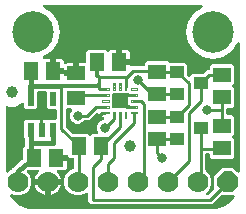
<source format=gbr>
G04 EAGLE Gerber RS-274X export*
G75*
%MOMM*%
%FSLAX34Y34*%
%LPD*%
%INTop Copper*%
%IPPOS*%
%AMOC8*
5,1,8,0,0,1.08239X$1,22.5*%
G01*
%ADD10C,0.125000*%
%ADD11R,1.300000X1.500000*%
%ADD12R,0.550000X1.200000*%
%ADD13R,1.500000X1.300000*%
%ADD14R,1.200000X1.000000*%
%ADD15C,1.000000*%
%ADD16C,3.516000*%
%ADD17R,1.500000X1.200000*%
%ADD18P,1.924489X8X292.500000*%
%ADD19C,1.778000*%
%ADD20C,0.800100*%
%ADD21C,0.254000*%
%ADD22C,0.406400*%
%ADD23C,0.304800*%

G36*
X173254Y13983D02*
X173254Y13983D01*
X173353Y13986D01*
X173411Y14003D01*
X173471Y14011D01*
X173563Y14047D01*
X173659Y14075D01*
X173711Y14105D01*
X173767Y14128D01*
X173847Y14186D01*
X173932Y14236D01*
X174008Y14302D01*
X174024Y14314D01*
X174032Y14324D01*
X174053Y14342D01*
X178825Y19114D01*
X178898Y19209D01*
X178977Y19298D01*
X178995Y19334D01*
X179020Y19366D01*
X179067Y19475D01*
X179122Y19581D01*
X179130Y19620D01*
X179146Y19657D01*
X179165Y19775D01*
X179191Y19891D01*
X179190Y19932D01*
X179196Y19972D01*
X179185Y20090D01*
X179182Y20209D01*
X179170Y20248D01*
X179167Y20288D01*
X179126Y20400D01*
X179093Y20515D01*
X179073Y20549D01*
X179069Y20559D01*
X179069Y30135D01*
X185765Y36831D01*
X195235Y36831D01*
X198493Y33573D01*
X198602Y33488D01*
X198709Y33399D01*
X198728Y33390D01*
X198744Y33378D01*
X198872Y33323D01*
X198997Y33264D01*
X199017Y33260D01*
X199036Y33252D01*
X199174Y33230D01*
X199310Y33204D01*
X199330Y33205D01*
X199350Y33202D01*
X199489Y33215D01*
X199627Y33223D01*
X199646Y33230D01*
X199666Y33232D01*
X199798Y33279D01*
X199929Y33322D01*
X199947Y33332D01*
X199966Y33339D01*
X200081Y33417D01*
X200198Y33492D01*
X200212Y33506D01*
X200229Y33518D01*
X200321Y33622D01*
X200416Y33723D01*
X200426Y33741D01*
X200439Y33756D01*
X200503Y33880D01*
X200570Y34002D01*
X200575Y34021D01*
X200584Y34039D01*
X200614Y34175D01*
X200649Y34310D01*
X200651Y34338D01*
X200654Y34350D01*
X200653Y34370D01*
X200659Y34470D01*
X200659Y142396D01*
X200646Y142500D01*
X200642Y142604D01*
X200626Y142657D01*
X200619Y142711D01*
X200581Y142808D01*
X200551Y142909D01*
X200523Y142956D01*
X200502Y143007D01*
X200441Y143092D01*
X200387Y143181D01*
X200348Y143220D01*
X200316Y143265D01*
X200235Y143331D01*
X200161Y143404D01*
X200113Y143432D01*
X200071Y143467D01*
X199976Y143512D01*
X199886Y143564D01*
X199833Y143579D01*
X199783Y143603D01*
X199680Y143622D01*
X199580Y143651D01*
X199525Y143652D01*
X199471Y143663D01*
X199366Y143656D01*
X199262Y143659D01*
X199208Y143646D01*
X199153Y143643D01*
X199054Y143611D01*
X198952Y143587D01*
X198903Y143562D01*
X198851Y143545D01*
X198762Y143489D01*
X198670Y143441D01*
X198628Y143404D01*
X198582Y143375D01*
X198510Y143299D01*
X198432Y143229D01*
X198379Y143159D01*
X198364Y143143D01*
X198357Y143130D01*
X198335Y143101D01*
X193834Y136366D01*
X186478Y131450D01*
X177800Y129724D01*
X169122Y131450D01*
X161766Y136366D01*
X156850Y143722D01*
X155124Y152400D01*
X156850Y161078D01*
X161766Y168434D01*
X168501Y172935D01*
X168580Y173003D01*
X168665Y173064D01*
X168700Y173107D01*
X168741Y173143D01*
X168801Y173229D01*
X168867Y173309D01*
X168891Y173359D01*
X168922Y173405D01*
X168958Y173503D01*
X169003Y173597D01*
X169013Y173651D01*
X169032Y173703D01*
X169043Y173807D01*
X169063Y173910D01*
X169059Y173965D01*
X169065Y174019D01*
X169049Y174123D01*
X169043Y174227D01*
X169026Y174279D01*
X169018Y174334D01*
X168977Y174430D01*
X168945Y174529D01*
X168915Y174576D01*
X168894Y174627D01*
X168831Y174710D01*
X168775Y174798D01*
X168735Y174836D01*
X168701Y174880D01*
X168619Y174945D01*
X168543Y175016D01*
X168495Y175043D01*
X168452Y175077D01*
X168356Y175119D01*
X168265Y175170D01*
X168211Y175183D01*
X168161Y175206D01*
X168058Y175223D01*
X167957Y175249D01*
X167869Y175255D01*
X167847Y175258D01*
X167832Y175257D01*
X167796Y175259D01*
X35404Y175259D01*
X35300Y175246D01*
X35196Y175242D01*
X35143Y175226D01*
X35089Y175219D01*
X34992Y175181D01*
X34891Y175151D01*
X34844Y175123D01*
X34793Y175102D01*
X34708Y175041D01*
X34619Y174987D01*
X34580Y174948D01*
X34535Y174916D01*
X34469Y174835D01*
X34396Y174761D01*
X34368Y174713D01*
X34333Y174671D01*
X34288Y174576D01*
X34236Y174486D01*
X34221Y174433D01*
X34197Y174383D01*
X34178Y174280D01*
X34149Y174180D01*
X34148Y174125D01*
X34137Y174071D01*
X34144Y173966D01*
X34141Y173862D01*
X34154Y173808D01*
X34157Y173753D01*
X34189Y173654D01*
X34213Y173552D01*
X34238Y173503D01*
X34255Y173451D01*
X34311Y173362D01*
X34359Y173270D01*
X34396Y173228D01*
X34425Y173182D01*
X34501Y173110D01*
X34571Y173032D01*
X34641Y172979D01*
X34657Y172964D01*
X34670Y172957D01*
X34699Y172935D01*
X41434Y168434D01*
X46350Y161078D01*
X48076Y152400D01*
X46350Y143722D01*
X41434Y136366D01*
X34323Y131614D01*
X34239Y131541D01*
X34149Y131475D01*
X34119Y131437D01*
X34082Y131405D01*
X34019Y131314D01*
X33949Y131228D01*
X33929Y131184D01*
X33901Y131144D01*
X33863Y131040D01*
X33817Y130939D01*
X33808Y130891D01*
X33791Y130845D01*
X33780Y130735D01*
X33760Y130626D01*
X33764Y130577D01*
X33759Y130529D01*
X33775Y130419D01*
X33783Y130308D01*
X33799Y130262D01*
X33806Y130215D01*
X33849Y130112D01*
X33885Y130007D01*
X33911Y129966D01*
X33930Y129922D01*
X33997Y129833D01*
X34058Y129740D01*
X34093Y129707D01*
X34122Y129669D01*
X34210Y129600D01*
X34291Y129525D01*
X34334Y129502D01*
X34372Y129472D01*
X34474Y129427D01*
X34572Y129374D01*
X34619Y129362D01*
X34663Y129343D01*
X34773Y129324D01*
X34880Y129298D01*
X34929Y129298D01*
X34977Y129290D01*
X35087Y129300D01*
X35198Y129301D01*
X35272Y129316D01*
X35293Y129317D01*
X35310Y129323D01*
X35356Y129332D01*
X35686Y129421D01*
X39981Y129421D01*
X39981Y120650D01*
X39996Y120532D01*
X40003Y120413D01*
X40016Y120375D01*
X40021Y120335D01*
X40064Y120224D01*
X40101Y120111D01*
X40123Y120076D01*
X40138Y120039D01*
X40208Y119943D01*
X40271Y119842D01*
X40301Y119814D01*
X40325Y119782D01*
X40416Y119706D01*
X40503Y119624D01*
X40538Y119605D01*
X40569Y119579D01*
X40677Y119528D01*
X40781Y119471D01*
X40821Y119460D01*
X40857Y119443D01*
X40974Y119421D01*
X41089Y119391D01*
X41150Y119387D01*
X41170Y119383D01*
X41190Y119385D01*
X41250Y119381D01*
X42521Y119381D01*
X42521Y118110D01*
X42536Y117992D01*
X42543Y117873D01*
X42556Y117835D01*
X42561Y117795D01*
X42605Y117684D01*
X42641Y117571D01*
X42663Y117536D01*
X42678Y117499D01*
X42748Y117403D01*
X42811Y117302D01*
X42841Y117274D01*
X42865Y117241D01*
X42956Y117166D01*
X43043Y117084D01*
X43078Y117064D01*
X43110Y117039D01*
X43217Y116988D01*
X43321Y116930D01*
X43361Y116920D01*
X43397Y116903D01*
X43514Y116881D01*
X43629Y116851D01*
X43690Y116847D01*
X43710Y116843D01*
X43730Y116845D01*
X43790Y116841D01*
X51561Y116841D01*
X51561Y115910D01*
X51576Y115792D01*
X51583Y115673D01*
X51596Y115635D01*
X51601Y115595D01*
X51644Y115484D01*
X51681Y115371D01*
X51703Y115336D01*
X51718Y115299D01*
X51787Y115203D01*
X51851Y115102D01*
X51881Y115074D01*
X51904Y115041D01*
X51996Y114966D01*
X52083Y114884D01*
X52118Y114864D01*
X52149Y114839D01*
X52257Y114788D01*
X52361Y114730D01*
X52401Y114720D01*
X52437Y114703D01*
X52554Y114681D01*
X52669Y114651D01*
X52729Y114647D01*
X52749Y114643D01*
X52770Y114645D01*
X52830Y114641D01*
X60960Y114641D01*
X61078Y114656D01*
X61197Y114663D01*
X61235Y114676D01*
X61275Y114681D01*
X61386Y114724D01*
X61499Y114761D01*
X61534Y114783D01*
X61571Y114798D01*
X61667Y114868D01*
X61768Y114931D01*
X61796Y114961D01*
X61828Y114985D01*
X61904Y115076D01*
X61986Y115163D01*
X62005Y115198D01*
X62031Y115229D01*
X62082Y115337D01*
X62139Y115441D01*
X62150Y115481D01*
X62167Y115517D01*
X62189Y115634D01*
X62219Y115749D01*
X62223Y115810D01*
X62227Y115830D01*
X62225Y115850D01*
X62229Y115910D01*
X62229Y117181D01*
X63500Y117181D01*
X63618Y117196D01*
X63737Y117203D01*
X63775Y117216D01*
X63815Y117221D01*
X63926Y117265D01*
X64039Y117301D01*
X64074Y117323D01*
X64111Y117338D01*
X64207Y117408D01*
X64308Y117471D01*
X64336Y117501D01*
X64368Y117525D01*
X64444Y117616D01*
X64526Y117703D01*
X64545Y117738D01*
X64571Y117770D01*
X64622Y117877D01*
X64679Y117981D01*
X64690Y118021D01*
X64707Y118057D01*
X64729Y118174D01*
X64759Y118289D01*
X64763Y118350D01*
X64767Y118370D01*
X64765Y118390D01*
X64769Y118450D01*
X64769Y125721D01*
X69090Y125721D01*
X69208Y125736D01*
X69327Y125743D01*
X69365Y125756D01*
X69406Y125761D01*
X69516Y125804D01*
X69629Y125841D01*
X69664Y125863D01*
X69701Y125878D01*
X69797Y125947D01*
X69898Y126011D01*
X69926Y126041D01*
X69959Y126064D01*
X70035Y126156D01*
X70116Y126243D01*
X70136Y126278D01*
X70161Y126309D01*
X70212Y126417D01*
X70270Y126521D01*
X70280Y126561D01*
X70297Y126597D01*
X70319Y126714D01*
X70349Y126829D01*
X70353Y126889D01*
X70357Y126909D01*
X70355Y126930D01*
X70359Y126990D01*
X70359Y135552D01*
X71848Y137041D01*
X86952Y137041D01*
X88003Y135991D01*
X88097Y135918D01*
X88186Y135839D01*
X88222Y135820D01*
X88254Y135796D01*
X88363Y135748D01*
X88469Y135694D01*
X88508Y135685D01*
X88546Y135669D01*
X88663Y135651D01*
X88779Y135625D01*
X88820Y135626D01*
X88860Y135619D01*
X88978Y135631D01*
X89097Y135634D01*
X89136Y135646D01*
X89176Y135649D01*
X89288Y135690D01*
X89403Y135723D01*
X89438Y135743D01*
X89476Y135757D01*
X89574Y135824D01*
X89677Y135884D01*
X89722Y135924D01*
X89739Y135935D01*
X89752Y135951D01*
X89798Y135991D01*
X90340Y136533D01*
X90919Y136868D01*
X91566Y137041D01*
X95861Y137041D01*
X95861Y128270D01*
X95876Y128152D01*
X95883Y128033D01*
X95896Y127995D01*
X95901Y127955D01*
X95944Y127844D01*
X95981Y127731D01*
X96003Y127696D01*
X96018Y127659D01*
X96088Y127563D01*
X96151Y127462D01*
X96181Y127434D01*
X96205Y127402D01*
X96296Y127326D01*
X96383Y127244D01*
X96418Y127225D01*
X96449Y127199D01*
X96557Y127148D01*
X96661Y127091D01*
X96701Y127080D01*
X96737Y127063D01*
X96854Y127041D01*
X96969Y127011D01*
X97030Y127007D01*
X97050Y127003D01*
X97070Y127005D01*
X97130Y127001D01*
X98401Y127001D01*
X98401Y125730D01*
X98416Y125612D01*
X98423Y125493D01*
X98436Y125455D01*
X98441Y125415D01*
X98485Y125304D01*
X98521Y125191D01*
X98543Y125156D01*
X98558Y125119D01*
X98628Y125023D01*
X98691Y124922D01*
X98721Y124894D01*
X98745Y124861D01*
X98836Y124786D01*
X98923Y124704D01*
X98958Y124684D01*
X98990Y124659D01*
X99097Y124608D01*
X99201Y124550D01*
X99241Y124540D01*
X99277Y124523D01*
X99394Y124501D01*
X99509Y124471D01*
X99570Y124467D01*
X99590Y124463D01*
X99610Y124465D01*
X99670Y124461D01*
X107441Y124461D01*
X107441Y124460D01*
X107456Y124342D01*
X107463Y124223D01*
X107476Y124185D01*
X107481Y124144D01*
X107524Y124034D01*
X107561Y123921D01*
X107583Y123886D01*
X107598Y123849D01*
X107667Y123753D01*
X107731Y123652D01*
X107761Y123624D01*
X107784Y123591D01*
X107876Y123515D01*
X107963Y123434D01*
X107998Y123414D01*
X108029Y123389D01*
X108137Y123338D01*
X108241Y123280D01*
X108281Y123270D01*
X108317Y123253D01*
X108434Y123231D01*
X108549Y123201D01*
X108609Y123197D01*
X108629Y123193D01*
X108650Y123195D01*
X108710Y123191D01*
X119500Y123191D01*
X119618Y123206D01*
X119737Y123213D01*
X119775Y123226D01*
X119816Y123231D01*
X119926Y123274D01*
X120039Y123311D01*
X120074Y123333D01*
X120111Y123348D01*
X120207Y123417D01*
X120308Y123481D01*
X120336Y123511D01*
X120369Y123534D01*
X120445Y123626D01*
X120526Y123713D01*
X120546Y123748D01*
X120571Y123779D01*
X120622Y123887D01*
X120680Y123991D01*
X120690Y124031D01*
X120707Y124067D01*
X120729Y124184D01*
X120759Y124299D01*
X120763Y124359D01*
X120767Y124379D01*
X120765Y124400D01*
X120769Y124460D01*
X120769Y126272D01*
X122258Y127761D01*
X139362Y127761D01*
X140491Y126632D01*
X140569Y126572D01*
X140641Y126504D01*
X140694Y126475D01*
X140742Y126438D01*
X140833Y126398D01*
X140920Y126350D01*
X140978Y126335D01*
X141034Y126311D01*
X141132Y126296D01*
X141227Y126271D01*
X141328Y126265D01*
X141348Y126261D01*
X141360Y126263D01*
X141388Y126261D01*
X154532Y126261D01*
X156021Y124772D01*
X156021Y116094D01*
X156033Y115996D01*
X156036Y115897D01*
X156053Y115839D01*
X156061Y115779D01*
X156097Y115687D01*
X156125Y115591D01*
X156155Y115539D01*
X156178Y115483D01*
X156236Y115403D01*
X156286Y115318D01*
X156352Y115242D01*
X156364Y115226D01*
X156374Y115218D01*
X156392Y115197D01*
X156773Y114817D01*
X156882Y114731D01*
X156989Y114643D01*
X157008Y114634D01*
X157024Y114622D01*
X157152Y114566D01*
X157277Y114507D01*
X157297Y114503D01*
X157316Y114495D01*
X157454Y114473D01*
X157590Y114447D01*
X157610Y114449D01*
X157630Y114446D01*
X157769Y114459D01*
X157907Y114467D01*
X157926Y114473D01*
X157946Y114475D01*
X158078Y114523D01*
X158209Y114565D01*
X158227Y114576D01*
X158246Y114583D01*
X158361Y114661D01*
X158478Y114735D01*
X158492Y114750D01*
X158509Y114762D01*
X158601Y114866D01*
X158696Y114967D01*
X158706Y114985D01*
X158719Y115000D01*
X158774Y115107D01*
X160428Y116761D01*
X169106Y116761D01*
X169204Y116773D01*
X169303Y116776D01*
X169361Y116793D01*
X169421Y116801D01*
X169513Y116837D01*
X169609Y116865D01*
X169661Y116895D01*
X169717Y116918D01*
X169797Y116976D01*
X169882Y117026D01*
X169958Y117092D01*
X169974Y117104D01*
X169981Y117113D01*
X169987Y117117D01*
X169990Y117121D01*
X170003Y117132D01*
X172862Y119991D01*
X174110Y119991D01*
X174228Y120006D01*
X174347Y120013D01*
X174385Y120026D01*
X174426Y120031D01*
X174536Y120074D01*
X174649Y120111D01*
X174684Y120133D01*
X174721Y120148D01*
X174817Y120217D01*
X174918Y120281D01*
X174946Y120311D01*
X174979Y120334D01*
X175055Y120426D01*
X175136Y120513D01*
X175156Y120548D01*
X175181Y120579D01*
X175232Y120687D01*
X175290Y120791D01*
X175300Y120831D01*
X175317Y120867D01*
X175339Y120984D01*
X175369Y121099D01*
X175373Y121159D01*
X175377Y121179D01*
X175375Y121200D01*
X175379Y121260D01*
X175379Y123732D01*
X176868Y125221D01*
X193972Y125221D01*
X195461Y123732D01*
X195461Y108628D01*
X194411Y107578D01*
X194338Y107483D01*
X194259Y107394D01*
X194240Y107358D01*
X194216Y107326D01*
X194168Y107217D01*
X194114Y107111D01*
X194105Y107072D01*
X194089Y107034D01*
X194071Y106917D01*
X194045Y106801D01*
X194046Y106760D01*
X194040Y106720D01*
X194051Y106602D01*
X194054Y106483D01*
X194066Y106444D01*
X194069Y106404D01*
X194110Y106291D01*
X194143Y106177D01*
X194163Y106143D01*
X194177Y106104D01*
X194244Y106006D01*
X194304Y105903D01*
X194344Y105858D01*
X194356Y105841D01*
X194371Y105828D01*
X194411Y105783D01*
X195461Y104732D01*
X195461Y89628D01*
X193972Y88139D01*
X190500Y88139D01*
X190382Y88124D01*
X190263Y88117D01*
X190225Y88104D01*
X190184Y88099D01*
X190074Y88056D01*
X189961Y88019D01*
X189926Y87997D01*
X189889Y87982D01*
X189793Y87913D01*
X189692Y87849D01*
X189664Y87819D01*
X189631Y87796D01*
X189555Y87704D01*
X189474Y87617D01*
X189454Y87582D01*
X189429Y87551D01*
X189378Y87443D01*
X189320Y87339D01*
X189310Y87299D01*
X189293Y87263D01*
X189271Y87146D01*
X189241Y87031D01*
X189237Y86970D01*
X189233Y86951D01*
X189235Y86930D01*
X189231Y86870D01*
X189231Y83310D01*
X189246Y83192D01*
X189253Y83073D01*
X189266Y83035D01*
X189271Y82994D01*
X189314Y82884D01*
X189351Y82771D01*
X189373Y82736D01*
X189388Y82699D01*
X189457Y82603D01*
X189521Y82502D01*
X189551Y82474D01*
X189574Y82441D01*
X189666Y82365D01*
X189753Y82284D01*
X189788Y82264D01*
X189819Y82239D01*
X189927Y82188D01*
X190031Y82130D01*
X190071Y82120D01*
X190107Y82103D01*
X190224Y82081D01*
X190339Y82051D01*
X190399Y82047D01*
X190419Y82043D01*
X190440Y82045D01*
X190500Y82041D01*
X193972Y82041D01*
X195461Y80552D01*
X195461Y65448D01*
X194411Y64398D01*
X194338Y64303D01*
X194259Y64214D01*
X194240Y64178D01*
X194216Y64146D01*
X194168Y64037D01*
X194114Y63931D01*
X194105Y63892D01*
X194089Y63854D01*
X194071Y63737D01*
X194045Y63621D01*
X194046Y63580D01*
X194040Y63540D01*
X194051Y63422D01*
X194054Y63303D01*
X194066Y63264D01*
X194069Y63224D01*
X194110Y63111D01*
X194143Y62997D01*
X194163Y62963D01*
X194177Y62924D01*
X194244Y62826D01*
X194304Y62723D01*
X194344Y62678D01*
X194356Y62661D01*
X194371Y62648D01*
X194411Y62603D01*
X195461Y61552D01*
X195461Y46448D01*
X193972Y44959D01*
X176868Y44959D01*
X175379Y46448D01*
X175379Y48260D01*
X175364Y48378D01*
X175357Y48497D01*
X175344Y48535D01*
X175339Y48576D01*
X175296Y48686D01*
X175259Y48799D01*
X175237Y48834D01*
X175222Y48871D01*
X175153Y48967D01*
X175089Y49068D01*
X175059Y49096D01*
X175036Y49129D01*
X174944Y49205D01*
X174857Y49286D01*
X174822Y49306D01*
X174791Y49331D01*
X174683Y49382D01*
X174579Y49440D01*
X174539Y49450D01*
X174503Y49467D01*
X174386Y49489D01*
X174271Y49519D01*
X174211Y49523D01*
X174191Y49527D01*
X174170Y49525D01*
X174110Y49529D01*
X172560Y49529D01*
X172442Y49514D01*
X172323Y49507D01*
X172285Y49494D01*
X172244Y49489D01*
X172134Y49446D01*
X172021Y49409D01*
X171986Y49387D01*
X171949Y49372D01*
X171853Y49303D01*
X171752Y49239D01*
X171724Y49209D01*
X171691Y49186D01*
X171615Y49094D01*
X171534Y49007D01*
X171514Y48972D01*
X171489Y48941D01*
X171438Y48833D01*
X171380Y48729D01*
X171370Y48689D01*
X171353Y48653D01*
X171331Y48536D01*
X171301Y48421D01*
X171297Y48361D01*
X171293Y48341D01*
X171295Y48321D01*
X171293Y48314D01*
X171294Y48307D01*
X171291Y48260D01*
X171291Y35901D01*
X171303Y35802D01*
X171306Y35703D01*
X171323Y35645D01*
X171331Y35585D01*
X171367Y35493D01*
X171395Y35398D01*
X171425Y35346D01*
X171448Y35289D01*
X171506Y35209D01*
X171556Y35124D01*
X171622Y35048D01*
X171634Y35032D01*
X171644Y35024D01*
X171662Y35003D01*
X174791Y31875D01*
X176531Y27674D01*
X176531Y23126D01*
X174791Y18925D01*
X172003Y16137D01*
X171918Y16028D01*
X171829Y15921D01*
X171820Y15902D01*
X171808Y15886D01*
X171753Y15758D01*
X171694Y15633D01*
X171690Y15613D01*
X171682Y15594D01*
X171660Y15456D01*
X171634Y15320D01*
X171635Y15300D01*
X171632Y15280D01*
X171645Y15141D01*
X171654Y15003D01*
X171660Y14984D01*
X171662Y14964D01*
X171709Y14832D01*
X171752Y14701D01*
X171762Y14683D01*
X171769Y14664D01*
X171847Y14549D01*
X171922Y14432D01*
X171936Y14418D01*
X171948Y14401D01*
X172052Y14309D01*
X172153Y14214D01*
X172171Y14204D01*
X172186Y14191D01*
X172310Y14127D01*
X172432Y14060D01*
X172451Y14055D01*
X172469Y14046D01*
X172605Y14016D01*
X172740Y13981D01*
X172768Y13979D01*
X172780Y13976D01*
X172800Y13977D01*
X172900Y13971D01*
X173156Y13971D01*
X173254Y13983D01*
G37*
G36*
X177822Y2543D02*
X177822Y2543D01*
X177900Y2545D01*
X181277Y2810D01*
X181345Y2824D01*
X181414Y2829D01*
X181570Y2869D01*
X187994Y4956D01*
X188101Y5006D01*
X188212Y5050D01*
X188263Y5083D01*
X188282Y5091D01*
X188297Y5104D01*
X188348Y5136D01*
X193812Y9107D01*
X193899Y9188D01*
X193946Y9227D01*
X193952Y9231D01*
X193953Y9233D01*
X193991Y9264D01*
X194029Y9310D01*
X194044Y9324D01*
X194055Y9341D01*
X194093Y9387D01*
X195958Y11954D01*
X195976Y11987D01*
X195999Y12014D01*
X195999Y12016D01*
X196002Y12019D01*
X196053Y12128D01*
X196111Y12233D01*
X196121Y12271D01*
X196138Y12307D01*
X196160Y12424D01*
X196190Y12541D01*
X196190Y12581D01*
X196198Y12620D01*
X196190Y12739D01*
X196190Y12859D01*
X196181Y12897D01*
X196178Y12937D01*
X196141Y13051D01*
X196111Y13167D01*
X196092Y13202D01*
X196080Y13239D01*
X196016Y13341D01*
X195958Y13446D01*
X195931Y13475D01*
X195910Y13508D01*
X195823Y13590D01*
X195741Y13677D01*
X195707Y13699D01*
X195678Y13726D01*
X195574Y13784D01*
X195472Y13848D01*
X195434Y13860D01*
X195400Y13880D01*
X195284Y13909D01*
X195170Y13947D01*
X195130Y13949D01*
X195092Y13959D01*
X194931Y13969D01*
X185645Y13969D01*
X185543Y14022D01*
X185504Y14030D01*
X185466Y14046D01*
X185349Y14065D01*
X185233Y14091D01*
X185192Y14090D01*
X185152Y14096D01*
X185034Y14085D01*
X184915Y14082D01*
X184876Y14070D01*
X184836Y14067D01*
X184723Y14026D01*
X184609Y13993D01*
X184574Y13973D01*
X184536Y13959D01*
X184438Y13892D01*
X184335Y13832D01*
X184290Y13792D01*
X184273Y13780D01*
X184260Y13765D01*
X184214Y13725D01*
X179442Y8953D01*
X176838Y6349D01*
X74622Y6349D01*
X72389Y8582D01*
X72389Y15060D01*
X72372Y15197D01*
X72359Y15336D01*
X72352Y15355D01*
X72349Y15375D01*
X72298Y15505D01*
X72251Y15635D01*
X72240Y15652D01*
X72232Y15671D01*
X72151Y15783D01*
X72073Y15898D01*
X72057Y15912D01*
X72046Y15928D01*
X71939Y16017D01*
X71834Y16109D01*
X71816Y16118D01*
X71801Y16131D01*
X71675Y16190D01*
X71551Y16253D01*
X71531Y16258D01*
X71513Y16266D01*
X71377Y16293D01*
X71241Y16323D01*
X71220Y16322D01*
X71201Y16326D01*
X71062Y16318D01*
X70923Y16313D01*
X70903Y16308D01*
X70883Y16306D01*
X70751Y16264D01*
X70617Y16225D01*
X70600Y16215D01*
X70581Y16208D01*
X70463Y16134D01*
X70343Y16063D01*
X70322Y16045D01*
X70312Y16038D01*
X70298Y16023D01*
X70222Y15957D01*
X69975Y15709D01*
X65774Y13969D01*
X61226Y13969D01*
X57025Y15709D01*
X53809Y18925D01*
X52069Y23126D01*
X52069Y27674D01*
X53809Y31875D01*
X57025Y35091D01*
X59566Y36143D01*
X59591Y36158D01*
X59619Y36167D01*
X59729Y36236D01*
X59842Y36300D01*
X59863Y36321D01*
X59888Y36337D01*
X59977Y36431D01*
X60070Y36522D01*
X60086Y36547D01*
X60106Y36568D01*
X60169Y36682D01*
X60237Y36793D01*
X60245Y36821D01*
X60260Y36847D01*
X60292Y36973D01*
X60330Y37097D01*
X60332Y37126D01*
X60339Y37155D01*
X60349Y37316D01*
X60349Y44570D01*
X60334Y44688D01*
X60327Y44807D01*
X60314Y44845D01*
X60309Y44886D01*
X60266Y44996D01*
X60229Y45109D01*
X60207Y45144D01*
X60192Y45181D01*
X60123Y45277D01*
X60059Y45378D01*
X60029Y45406D01*
X60006Y45439D01*
X59914Y45515D01*
X59827Y45596D01*
X59792Y45616D01*
X59761Y45641D01*
X59653Y45692D01*
X59549Y45750D01*
X59509Y45760D01*
X59473Y45777D01*
X59356Y45799D01*
X59241Y45829D01*
X59181Y45833D01*
X59161Y45837D01*
X59140Y45835D01*
X59080Y45839D01*
X56608Y45839D01*
X55039Y47408D01*
X55036Y47416D01*
X54999Y47529D01*
X54977Y47564D01*
X54962Y47601D01*
X54893Y47697D01*
X54829Y47798D01*
X54799Y47826D01*
X54776Y47858D01*
X54684Y47934D01*
X54597Y48016D01*
X54562Y48035D01*
X54531Y48061D01*
X54423Y48112D01*
X54319Y48169D01*
X54279Y48180D01*
X54243Y48197D01*
X54126Y48219D01*
X54011Y48249D01*
X53951Y48253D01*
X53931Y48257D01*
X53910Y48255D01*
X53850Y48259D01*
X46330Y48259D01*
X46212Y48244D01*
X46093Y48237D01*
X46055Y48224D01*
X46015Y48219D01*
X45904Y48175D01*
X45791Y48139D01*
X45756Y48117D01*
X45719Y48102D01*
X45623Y48032D01*
X45522Y47969D01*
X45494Y47939D01*
X45462Y47915D01*
X45386Y47824D01*
X45304Y47737D01*
X45285Y47702D01*
X45259Y47670D01*
X45208Y47563D01*
X45151Y47459D01*
X45140Y47419D01*
X45123Y47383D01*
X45101Y47266D01*
X45071Y47151D01*
X45067Y47090D01*
X45063Y47070D01*
X45065Y47051D01*
X45063Y47045D01*
X45064Y47038D01*
X45061Y46990D01*
X45061Y44450D01*
X45076Y44332D01*
X45083Y44213D01*
X45096Y44175D01*
X45101Y44135D01*
X45145Y44024D01*
X45181Y43911D01*
X45203Y43876D01*
X45218Y43839D01*
X45288Y43743D01*
X45351Y43642D01*
X45381Y43614D01*
X45405Y43581D01*
X45496Y43506D01*
X45583Y43424D01*
X45618Y43404D01*
X45650Y43379D01*
X45757Y43328D01*
X45861Y43270D01*
X45901Y43260D01*
X45937Y43243D01*
X46054Y43221D01*
X46169Y43191D01*
X46230Y43187D01*
X46250Y43183D01*
X46270Y43185D01*
X46330Y43181D01*
X54101Y43181D01*
X54101Y37886D01*
X53928Y37239D01*
X53593Y36660D01*
X53120Y36187D01*
X52541Y35852D01*
X51894Y35679D01*
X47050Y35679D01*
X46912Y35662D01*
X46774Y35649D01*
X46755Y35642D01*
X46735Y35639D01*
X46605Y35588D01*
X46475Y35541D01*
X46458Y35530D01*
X46439Y35522D01*
X46327Y35441D01*
X46212Y35363D01*
X46198Y35347D01*
X46182Y35336D01*
X46093Y35228D01*
X46001Y35124D01*
X45992Y35106D01*
X45979Y35091D01*
X45920Y34965D01*
X45857Y34841D01*
X45852Y34821D01*
X45844Y34803D01*
X45817Y34666D01*
X45787Y34531D01*
X45788Y34510D01*
X45784Y34491D01*
X45792Y34352D01*
X45797Y34213D01*
X45802Y34193D01*
X45804Y34173D01*
X45846Y34041D01*
X45885Y33907D01*
X45895Y33890D01*
X45902Y33871D01*
X45976Y33753D01*
X46047Y33633D01*
X46065Y33612D01*
X46072Y33602D01*
X46087Y33588D01*
X46153Y33513D01*
X46819Y32847D01*
X47877Y31391D01*
X48693Y29788D01*
X49249Y28077D01*
X49277Y27899D01*
X39330Y27899D01*
X39212Y27884D01*
X39093Y27877D01*
X39055Y27864D01*
X39015Y27859D01*
X38904Y27816D01*
X38791Y27779D01*
X38757Y27757D01*
X38719Y27742D01*
X38623Y27673D01*
X38522Y27609D01*
X38494Y27579D01*
X38462Y27556D01*
X38386Y27464D01*
X38304Y27377D01*
X38285Y27342D01*
X38259Y27311D01*
X38208Y27203D01*
X38151Y27099D01*
X38141Y27059D01*
X38123Y27023D01*
X38103Y26916D01*
X38099Y26946D01*
X38055Y27056D01*
X38019Y27169D01*
X37997Y27204D01*
X37982Y27241D01*
X37912Y27337D01*
X37849Y27438D01*
X37819Y27466D01*
X37795Y27499D01*
X37704Y27575D01*
X37617Y27656D01*
X37582Y27676D01*
X37550Y27701D01*
X37443Y27752D01*
X37338Y27810D01*
X37299Y27820D01*
X37263Y27837D01*
X37146Y27859D01*
X37030Y27889D01*
X36970Y27893D01*
X36950Y27897D01*
X36930Y27895D01*
X36870Y27899D01*
X26923Y27899D01*
X26951Y28077D01*
X27507Y29788D01*
X28323Y31391D01*
X29381Y32847D01*
X30047Y33513D01*
X30132Y33622D01*
X30221Y33729D01*
X30230Y33748D01*
X30242Y33764D01*
X30297Y33892D01*
X30356Y34017D01*
X30360Y34037D01*
X30368Y34056D01*
X30390Y34194D01*
X30416Y34330D01*
X30415Y34350D01*
X30418Y34370D01*
X30405Y34509D01*
X30396Y34647D01*
X30390Y34666D01*
X30388Y34686D01*
X30341Y34817D01*
X30298Y34949D01*
X30288Y34967D01*
X30281Y34986D01*
X30203Y35100D01*
X30128Y35218D01*
X30114Y35232D01*
X30102Y35249D01*
X29998Y35341D01*
X29897Y35436D01*
X29879Y35446D01*
X29864Y35459D01*
X29740Y35522D01*
X29618Y35590D01*
X29599Y35595D01*
X29581Y35604D01*
X29445Y35634D01*
X29310Y35669D01*
X29282Y35671D01*
X29270Y35674D01*
X29250Y35673D01*
X29150Y35679D01*
X21650Y35679D01*
X21513Y35662D01*
X21374Y35649D01*
X21355Y35642D01*
X21335Y35639D01*
X21206Y35588D01*
X21075Y35541D01*
X21058Y35530D01*
X21039Y35522D01*
X20927Y35441D01*
X20812Y35363D01*
X20798Y35347D01*
X20782Y35336D01*
X20693Y35228D01*
X20601Y35124D01*
X20592Y35106D01*
X20579Y35091D01*
X20520Y34965D01*
X20457Y34841D01*
X20452Y34821D01*
X20444Y34803D01*
X20417Y34666D01*
X20387Y34531D01*
X20388Y34510D01*
X20384Y34491D01*
X20392Y34352D01*
X20397Y34213D01*
X20402Y34193D01*
X20404Y34173D01*
X20446Y34041D01*
X20485Y33907D01*
X20495Y33890D01*
X20502Y33871D01*
X20576Y33753D01*
X20647Y33633D01*
X20665Y33612D01*
X20672Y33602D01*
X20687Y33588D01*
X20753Y33513D01*
X22391Y31875D01*
X24131Y27674D01*
X24131Y23126D01*
X22391Y18925D01*
X19175Y15709D01*
X14974Y13969D01*
X10426Y13969D01*
X7935Y15001D01*
X7810Y15035D01*
X7687Y15075D01*
X7657Y15077D01*
X7628Y15085D01*
X7499Y15087D01*
X7370Y15096D01*
X7340Y15090D01*
X7310Y15090D01*
X7184Y15060D01*
X7057Y15036D01*
X7030Y15023D01*
X7001Y15016D01*
X6886Y14956D01*
X6769Y14901D01*
X6746Y14882D01*
X6719Y14868D01*
X6624Y14781D01*
X6524Y14698D01*
X6506Y14674D01*
X6484Y14654D01*
X6413Y14546D01*
X6337Y14441D01*
X6326Y14413D01*
X6309Y14388D01*
X6267Y14265D01*
X6220Y14146D01*
X6216Y14116D01*
X6206Y14087D01*
X6196Y13958D01*
X6180Y13830D01*
X6183Y13800D01*
X6181Y13770D01*
X6203Y13643D01*
X6219Y13515D01*
X6230Y13486D01*
X6235Y13457D01*
X6288Y13339D01*
X6336Y13219D01*
X6359Y13182D01*
X6366Y13167D01*
X6380Y13150D01*
X6422Y13083D01*
X9107Y9388D01*
X9127Y9366D01*
X9138Y9348D01*
X9184Y9305D01*
X9188Y9301D01*
X9264Y9209D01*
X9310Y9171D01*
X9324Y9156D01*
X9342Y9145D01*
X9388Y9107D01*
X14596Y5322D01*
X14852Y5136D01*
X14956Y5079D01*
X15056Y5015D01*
X15113Y4993D01*
X15131Y4983D01*
X15151Y4978D01*
X15206Y4956D01*
X21630Y2869D01*
X21698Y2856D01*
X21764Y2833D01*
X21923Y2810D01*
X25300Y2545D01*
X25322Y2546D01*
X25400Y2541D01*
X177800Y2541D01*
X177822Y2543D01*
G37*
G36*
X3868Y33212D02*
X3868Y33212D01*
X4007Y33217D01*
X4027Y33222D01*
X4047Y33224D01*
X4179Y33266D01*
X4313Y33305D01*
X4330Y33315D01*
X4349Y33322D01*
X4467Y33396D01*
X4587Y33467D01*
X4608Y33485D01*
X4618Y33492D01*
X4632Y33507D01*
X4707Y33573D01*
X6225Y35091D01*
X7344Y35554D01*
X7369Y35569D01*
X7397Y35578D01*
X7507Y35647D01*
X7620Y35711D01*
X7641Y35732D01*
X7666Y35748D01*
X7755Y35842D01*
X7848Y35933D01*
X7864Y35958D01*
X7884Y35979D01*
X7947Y36093D01*
X8015Y36204D01*
X8023Y36232D01*
X8038Y36258D01*
X8070Y36384D01*
X8108Y36508D01*
X8110Y36537D01*
X8117Y36566D01*
X8127Y36727D01*
X8127Y36830D01*
X8199Y36922D01*
X8212Y36952D01*
X8230Y36979D01*
X8275Y37097D01*
X8325Y37213D01*
X8330Y37245D01*
X9584Y38261D01*
X9596Y38274D01*
X9683Y38350D01*
X10831Y39498D01*
X10947Y39513D01*
X10977Y39525D01*
X11009Y39530D01*
X11125Y39583D01*
X11242Y39630D01*
X11269Y39649D01*
X11299Y39662D01*
X11430Y39756D01*
X16549Y43901D01*
X16553Y43906D01*
X16558Y43909D01*
X16664Y44021D01*
X16769Y44131D01*
X16772Y44136D01*
X16776Y44141D01*
X16850Y44274D01*
X16925Y44408D01*
X16927Y44414D01*
X16930Y44419D01*
X16967Y44566D01*
X17007Y44715D01*
X17008Y44721D01*
X17009Y44727D01*
X17019Y44888D01*
X17019Y54272D01*
X18576Y55829D01*
X18636Y55907D01*
X18704Y55979D01*
X18733Y56032D01*
X18770Y56080D01*
X18810Y56171D01*
X18858Y56258D01*
X18873Y56316D01*
X18897Y56372D01*
X18912Y56470D01*
X18937Y56565D01*
X18943Y56666D01*
X18947Y56686D01*
X18945Y56698D01*
X18947Y56726D01*
X18947Y61253D01*
X18935Y61351D01*
X18932Y61450D01*
X18915Y61508D01*
X18907Y61568D01*
X18871Y61660D01*
X18843Y61756D01*
X18813Y61808D01*
X18790Y61864D01*
X18732Y61944D01*
X18682Y62030D01*
X18616Y62105D01*
X18604Y62121D01*
X18594Y62129D01*
X18575Y62150D01*
X18229Y62497D01*
X18229Y76601D01*
X19718Y78090D01*
X27322Y78090D01*
X27463Y77949D01*
X27552Y77880D01*
X27636Y77805D01*
X27677Y77783D01*
X27715Y77754D01*
X27818Y77709D01*
X27917Y77657D01*
X27963Y77646D01*
X28007Y77627D01*
X28118Y77610D01*
X28227Y77584D01*
X28274Y77585D01*
X28321Y77578D01*
X28433Y77588D01*
X28545Y77590D01*
X28590Y77603D01*
X28637Y77607D01*
X28743Y77645D01*
X28851Y77675D01*
X28916Y77708D01*
X28937Y77715D01*
X28952Y77725D01*
X28996Y77747D01*
X29289Y77917D01*
X29936Y78090D01*
X31646Y78090D01*
X31646Y69654D01*
X31661Y69536D01*
X31668Y69417D01*
X31680Y69379D01*
X31686Y69339D01*
X31729Y69228D01*
X31766Y69115D01*
X31788Y69081D01*
X31803Y69043D01*
X31872Y68947D01*
X31936Y68846D01*
X31966Y68818D01*
X31989Y68786D01*
X32081Y68710D01*
X32168Y68628D01*
X32203Y68609D01*
X32234Y68583D01*
X32342Y68532D01*
X32446Y68475D01*
X32486Y68465D01*
X32522Y68447D01*
X32639Y68425D01*
X32754Y68395D01*
X32814Y68391D01*
X32834Y68388D01*
X32855Y68389D01*
X32915Y68385D01*
X33125Y68385D01*
X33243Y68400D01*
X33362Y68407D01*
X33400Y68420D01*
X33441Y68425D01*
X33551Y68469D01*
X33664Y68505D01*
X33699Y68527D01*
X33736Y68542D01*
X33832Y68612D01*
X33933Y68675D01*
X33961Y68705D01*
X33994Y68729D01*
X34070Y68820D01*
X34151Y68907D01*
X34171Y68942D01*
X34196Y68974D01*
X34247Y69081D01*
X34305Y69186D01*
X34315Y69225D01*
X34332Y69261D01*
X34354Y69378D01*
X34384Y69494D01*
X34388Y69554D01*
X34392Y69574D01*
X34390Y69594D01*
X34394Y69654D01*
X34394Y78090D01*
X36104Y78090D01*
X36751Y77917D01*
X37044Y77747D01*
X37148Y77703D01*
X37248Y77652D01*
X37294Y77642D01*
X37338Y77624D01*
X37449Y77607D01*
X37558Y77583D01*
X37605Y77584D01*
X37652Y77577D01*
X37764Y77589D01*
X37876Y77592D01*
X37922Y77605D01*
X37968Y77610D01*
X38074Y77650D01*
X38182Y77681D01*
X38222Y77705D01*
X38267Y77721D01*
X38359Y77785D01*
X38456Y77842D01*
X38510Y77890D01*
X38528Y77902D01*
X38540Y77916D01*
X38577Y77949D01*
X38718Y78090D01*
X44450Y78090D01*
X44568Y78105D01*
X44687Y78112D01*
X44725Y78125D01*
X44766Y78130D01*
X44876Y78173D01*
X44989Y78210D01*
X45024Y78232D01*
X45061Y78247D01*
X45157Y78316D01*
X45258Y78380D01*
X45286Y78410D01*
X45319Y78433D01*
X45395Y78525D01*
X45476Y78612D01*
X45496Y78647D01*
X45521Y78678D01*
X45572Y78786D01*
X45630Y78890D01*
X45640Y78930D01*
X45657Y78966D01*
X45679Y79083D01*
X45709Y79198D01*
X45713Y79258D01*
X45717Y79278D01*
X45715Y79299D01*
X45719Y79359D01*
X45719Y85741D01*
X45704Y85859D01*
X45697Y85978D01*
X45684Y86016D01*
X45679Y86057D01*
X45636Y86167D01*
X45599Y86280D01*
X45577Y86315D01*
X45562Y86352D01*
X45493Y86448D01*
X45429Y86549D01*
X45399Y86577D01*
X45376Y86610D01*
X45284Y86686D01*
X45197Y86767D01*
X45162Y86787D01*
X45131Y86812D01*
X45023Y86863D01*
X44919Y86921D01*
X44879Y86931D01*
X44843Y86948D01*
X44726Y86970D01*
X44611Y87000D01*
X44551Y87004D01*
X44531Y87008D01*
X44510Y87006D01*
X44450Y87010D01*
X38718Y87010D01*
X37229Y88499D01*
X37229Y100838D01*
X37214Y100956D01*
X37207Y101075D01*
X37194Y101113D01*
X37189Y101154D01*
X37146Y101264D01*
X37109Y101377D01*
X37087Y101412D01*
X37072Y101449D01*
X37003Y101545D01*
X36939Y101646D01*
X36909Y101674D01*
X36886Y101707D01*
X36794Y101783D01*
X36707Y101864D01*
X36672Y101884D01*
X36641Y101909D01*
X36533Y101960D01*
X36429Y102018D01*
X36389Y102028D01*
X36353Y102045D01*
X36236Y102067D01*
X36121Y102097D01*
X36061Y102101D01*
X36041Y102105D01*
X36020Y102103D01*
X35960Y102107D01*
X30080Y102107D01*
X29962Y102092D01*
X29843Y102085D01*
X29805Y102072D01*
X29764Y102067D01*
X29654Y102024D01*
X29541Y101987D01*
X29506Y101965D01*
X29469Y101950D01*
X29373Y101881D01*
X29272Y101817D01*
X29244Y101787D01*
X29211Y101764D01*
X29135Y101672D01*
X29054Y101585D01*
X29034Y101550D01*
X29009Y101519D01*
X28958Y101411D01*
X28900Y101307D01*
X28890Y101267D01*
X28873Y101231D01*
X28851Y101114D01*
X28821Y100999D01*
X28817Y100939D01*
X28813Y100919D01*
X28815Y100898D01*
X28811Y100838D01*
X28811Y88499D01*
X27322Y87010D01*
X19718Y87010D01*
X18229Y88499D01*
X18229Y91410D01*
X18212Y91548D01*
X18212Y91550D01*
X18207Y91625D01*
X18204Y91636D01*
X18199Y91686D01*
X18192Y91705D01*
X18189Y91725D01*
X18138Y91854D01*
X18091Y91985D01*
X18080Y92002D01*
X18072Y92021D01*
X17991Y92133D01*
X17913Y92249D01*
X17897Y92262D01*
X17886Y92278D01*
X17778Y92367D01*
X17674Y92459D01*
X17656Y92468D01*
X17641Y92481D01*
X17515Y92540D01*
X17391Y92604D01*
X17371Y92608D01*
X17353Y92617D01*
X17216Y92643D01*
X17081Y92673D01*
X17060Y92673D01*
X17041Y92676D01*
X16902Y92668D01*
X16763Y92664D01*
X16743Y92658D01*
X16723Y92657D01*
X16591Y92614D01*
X16457Y92575D01*
X16440Y92565D01*
X16421Y92559D01*
X16332Y92502D01*
X16327Y92501D01*
X16316Y92493D01*
X16303Y92484D01*
X16183Y92414D01*
X16162Y92395D01*
X16152Y92389D01*
X16138Y92374D01*
X16063Y92307D01*
X14724Y90968D01*
X10115Y89059D01*
X5126Y89059D01*
X4296Y89403D01*
X4248Y89416D01*
X4203Y89437D01*
X4095Y89458D01*
X3989Y89487D01*
X3939Y89488D01*
X3890Y89497D01*
X3781Y89490D01*
X3671Y89492D01*
X3623Y89480D01*
X3573Y89477D01*
X3469Y89443D01*
X3362Y89418D01*
X3318Y89395D01*
X3271Y89379D01*
X3178Y89320D01*
X3081Y89269D01*
X3044Y89236D01*
X3002Y89209D01*
X2927Y89129D01*
X2845Y89055D01*
X2818Y89014D01*
X2784Y88977D01*
X2731Y88881D01*
X2671Y88789D01*
X2654Y88742D01*
X2630Y88699D01*
X2603Y88593D01*
X2567Y88489D01*
X2563Y88439D01*
X2551Y88391D01*
X2541Y88230D01*
X2541Y34470D01*
X2558Y34333D01*
X2571Y34194D01*
X2578Y34175D01*
X2581Y34155D01*
X2632Y34026D01*
X2679Y33895D01*
X2690Y33878D01*
X2698Y33859D01*
X2779Y33747D01*
X2857Y33632D01*
X2873Y33618D01*
X2884Y33602D01*
X2992Y33513D01*
X3096Y33421D01*
X3114Y33412D01*
X3129Y33399D01*
X3255Y33340D01*
X3379Y33277D01*
X3399Y33272D01*
X3417Y33264D01*
X3554Y33237D01*
X3689Y33207D01*
X3710Y33208D01*
X3729Y33204D01*
X3868Y33212D01*
G37*
G36*
X73738Y64511D02*
X73738Y64511D01*
X73857Y64514D01*
X73896Y64526D01*
X73936Y64529D01*
X74048Y64570D01*
X74163Y64603D01*
X74198Y64623D01*
X74236Y64637D01*
X74334Y64704D01*
X74437Y64764D01*
X74482Y64804D01*
X74499Y64816D01*
X74512Y64831D01*
X74558Y64871D01*
X75608Y65921D01*
X79534Y65921D01*
X79583Y65927D01*
X79633Y65925D01*
X79740Y65947D01*
X79849Y65961D01*
X79896Y65979D01*
X79944Y65989D01*
X80043Y66037D01*
X80145Y66078D01*
X80185Y66107D01*
X80230Y66129D01*
X80314Y66200D01*
X80402Y66264D01*
X80434Y66303D01*
X80472Y66335D01*
X80535Y66425D01*
X80605Y66509D01*
X80626Y66554D01*
X80655Y66595D01*
X80694Y66698D01*
X80741Y66797D01*
X80750Y66846D01*
X80768Y66892D01*
X80780Y67002D01*
X80801Y67109D01*
X80797Y67159D01*
X80803Y67208D01*
X80788Y67317D01*
X80781Y67427D01*
X80765Y67474D01*
X80759Y67523D01*
X80706Y67676D01*
X79819Y69819D01*
X79819Y72421D01*
X80815Y74825D01*
X82655Y76665D01*
X85267Y77747D01*
X85328Y77782D01*
X85392Y77808D01*
X85465Y77860D01*
X85543Y77905D01*
X85593Y77953D01*
X85650Y77994D01*
X85707Y78064D01*
X85772Y78126D01*
X85808Y78186D01*
X85853Y78239D01*
X85891Y78321D01*
X85938Y78397D01*
X85958Y78464D01*
X85988Y78527D01*
X86005Y78615D01*
X86031Y78701D01*
X86035Y78771D01*
X86048Y78840D01*
X86042Y78929D01*
X86047Y79019D01*
X86032Y79087D01*
X86028Y79157D01*
X86000Y79242D01*
X85982Y79330D01*
X85952Y79393D01*
X85930Y79459D01*
X85882Y79535D01*
X85843Y79616D01*
X85797Y79669D01*
X85760Y79728D01*
X85694Y79790D01*
X85636Y79858D01*
X85579Y79898D01*
X85528Y79946D01*
X85450Y79989D01*
X85376Y80041D01*
X85311Y80066D01*
X85250Y80100D01*
X85163Y80122D01*
X85079Y80154D01*
X85009Y80162D01*
X84942Y80179D01*
X84781Y80189D01*
X83853Y80189D01*
X83048Y80405D01*
X82326Y80822D01*
X81737Y81411D01*
X81320Y82133D01*
X81079Y83033D01*
X81074Y83087D01*
X81067Y83106D01*
X81064Y83126D01*
X81013Y83255D01*
X80966Y83386D01*
X80955Y83403D01*
X80947Y83422D01*
X80866Y83535D01*
X80788Y83650D01*
X80772Y83663D01*
X80761Y83679D01*
X80653Y83768D01*
X80549Y83860D01*
X80531Y83869D01*
X80516Y83882D01*
X80390Y83941D01*
X80266Y84005D01*
X80246Y84009D01*
X80228Y84018D01*
X80092Y84044D01*
X79956Y84074D01*
X79935Y84074D01*
X79916Y84078D01*
X79777Y84069D01*
X79638Y84065D01*
X79618Y84059D01*
X79598Y84058D01*
X79466Y84015D01*
X79332Y83976D01*
X79315Y83966D01*
X79296Y83960D01*
X79178Y83885D01*
X79058Y83815D01*
X79037Y83796D01*
X79027Y83790D01*
X79013Y83775D01*
X78938Y83708D01*
X75302Y80073D01*
X72698Y77469D01*
X69466Y77469D01*
X69368Y77457D01*
X69269Y77454D01*
X69210Y77437D01*
X69150Y77429D01*
X69058Y77393D01*
X68963Y77365D01*
X68911Y77335D01*
X68855Y77312D01*
X68774Y77254D01*
X68689Y77204D01*
X68614Y77138D01*
X68597Y77126D01*
X68589Y77116D01*
X68568Y77098D01*
X67205Y75735D01*
X64801Y74739D01*
X62199Y74739D01*
X59795Y75735D01*
X57955Y77575D01*
X56959Y79979D01*
X56959Y82581D01*
X57955Y84985D01*
X58442Y85472D01*
X58527Y85582D01*
X58616Y85689D01*
X58624Y85708D01*
X58637Y85724D01*
X58692Y85852D01*
X58751Y85977D01*
X58755Y85997D01*
X58763Y86016D01*
X58785Y86154D01*
X58811Y86290D01*
X58810Y86310D01*
X58813Y86330D01*
X58800Y86469D01*
X58791Y86607D01*
X58785Y86626D01*
X58783Y86646D01*
X58736Y86777D01*
X58693Y86909D01*
X58682Y86927D01*
X58676Y86946D01*
X58598Y87060D01*
X58523Y87178D01*
X58508Y87192D01*
X58497Y87209D01*
X58393Y87301D01*
X58291Y87396D01*
X58274Y87406D01*
X58259Y87419D01*
X58135Y87482D01*
X58013Y87550D01*
X57993Y87555D01*
X57975Y87564D01*
X57839Y87594D01*
X57705Y87629D01*
X57677Y87631D01*
X57665Y87634D01*
X57645Y87633D01*
X57544Y87639D01*
X54610Y87639D01*
X54492Y87624D01*
X54373Y87617D01*
X54335Y87604D01*
X54294Y87599D01*
X54184Y87556D01*
X54071Y87519D01*
X54036Y87497D01*
X53999Y87482D01*
X53903Y87413D01*
X53802Y87349D01*
X53774Y87319D01*
X53741Y87296D01*
X53665Y87204D01*
X53584Y87117D01*
X53564Y87082D01*
X53539Y87051D01*
X53488Y86943D01*
X53430Y86839D01*
X53420Y86799D01*
X53403Y86763D01*
X53381Y86646D01*
X53351Y86531D01*
X53347Y86471D01*
X53343Y86451D01*
X53345Y86430D01*
X53341Y86370D01*
X53341Y72614D01*
X53353Y72516D01*
X53356Y72417D01*
X53373Y72359D01*
X53381Y72299D01*
X53417Y72207D01*
X53445Y72111D01*
X53475Y72059D01*
X53498Y72003D01*
X53556Y71923D01*
X53606Y71838D01*
X53672Y71762D01*
X53684Y71746D01*
X53694Y71738D01*
X53712Y71717D01*
X59137Y66292D01*
X59215Y66232D01*
X59287Y66164D01*
X59340Y66135D01*
X59388Y66098D01*
X59479Y66058D01*
X59566Y66010D01*
X59624Y65995D01*
X59680Y65971D01*
X59778Y65956D01*
X59874Y65931D01*
X59974Y65925D01*
X59994Y65921D01*
X60006Y65923D01*
X60034Y65921D01*
X71712Y65921D01*
X72763Y64871D01*
X72857Y64798D01*
X72946Y64719D01*
X72982Y64701D01*
X73014Y64676D01*
X73123Y64628D01*
X73229Y64574D01*
X73268Y64565D01*
X73306Y64549D01*
X73423Y64531D01*
X73539Y64505D01*
X73580Y64506D01*
X73620Y64500D01*
X73738Y64511D01*
G37*
G36*
X101638Y87580D02*
X101638Y87580D01*
X101757Y87583D01*
X101796Y87594D01*
X101836Y87598D01*
X101857Y87606D01*
X104165Y87606D01*
X104283Y87621D01*
X104402Y87628D01*
X104440Y87641D01*
X104481Y87646D01*
X104591Y87689D01*
X104657Y87711D01*
X106703Y87711D01*
X106744Y87716D01*
X106786Y87713D01*
X106883Y87732D01*
X106979Y87741D01*
X106998Y87748D01*
X107018Y87750D01*
X107057Y87766D01*
X107098Y87774D01*
X107187Y87816D01*
X107279Y87849D01*
X107295Y87860D01*
X107314Y87867D01*
X107348Y87892D01*
X107385Y87910D01*
X107515Y88005D01*
X107516Y88005D01*
X107527Y88018D01*
X107542Y88027D01*
X107555Y88042D01*
X107571Y88054D01*
X107649Y88148D01*
X107732Y88238D01*
X107741Y88253D01*
X107752Y88266D01*
X107762Y88284D01*
X107774Y88299D01*
X107825Y88408D01*
X107885Y88517D01*
X107889Y88534D01*
X107897Y88549D01*
X107901Y88569D01*
X107910Y88587D01*
X107932Y88704D01*
X107963Y88825D01*
X107963Y88842D01*
X107966Y88859D01*
X107966Y88880D01*
X107969Y88899D01*
X107970Y88900D01*
X107962Y89019D01*
X107962Y89143D01*
X107957Y89160D01*
X107957Y89177D01*
X107951Y89197D01*
X107950Y89217D01*
X107913Y89331D01*
X107882Y89451D01*
X107873Y89466D01*
X107868Y89483D01*
X107858Y89501D01*
X107852Y89520D01*
X107787Y89622D01*
X107728Y89729D01*
X107716Y89742D01*
X107707Y89757D01*
X107688Y89778D01*
X107682Y89788D01*
X107667Y89802D01*
X107600Y89877D01*
X107600Y89878D01*
X107551Y89916D01*
X107509Y89960D01*
X107478Y89980D01*
X107450Y90006D01*
X107397Y90035D01*
X107349Y90073D01*
X107292Y90097D01*
X107240Y90130D01*
X107205Y90141D01*
X107171Y90160D01*
X107113Y90175D01*
X107057Y90199D01*
X106995Y90209D01*
X106938Y90227D01*
X106901Y90230D01*
X106864Y90239D01*
X106763Y90246D01*
X106743Y90249D01*
X106731Y90248D01*
X106703Y90249D01*
X105495Y90249D01*
X105672Y90909D01*
X105686Y91013D01*
X105709Y91116D01*
X105708Y91170D01*
X105715Y91224D01*
X105703Y91329D01*
X105700Y91434D01*
X105685Y91486D01*
X105679Y91540D01*
X105641Y91638D01*
X105611Y91740D01*
X105584Y91786D01*
X105565Y91836D01*
X105504Y91923D01*
X105450Y92014D01*
X105434Y92031D01*
X105434Y95937D01*
X105480Y95987D01*
X105505Y96034D01*
X105538Y96077D01*
X105580Y96174D01*
X105630Y96267D01*
X105643Y96319D01*
X105665Y96369D01*
X105681Y96473D01*
X105707Y96576D01*
X105706Y96629D01*
X105715Y96683D01*
X105705Y96788D01*
X105704Y96894D01*
X105687Y96977D01*
X105685Y96999D01*
X105679Y97014D01*
X105672Y97051D01*
X105495Y97711D01*
X106703Y97711D01*
X106744Y97716D01*
X106786Y97713D01*
X106883Y97732D01*
X106979Y97741D01*
X106998Y97748D01*
X107018Y97750D01*
X107057Y97766D01*
X107098Y97774D01*
X107187Y97816D01*
X107279Y97849D01*
X107295Y97860D01*
X107314Y97867D01*
X107348Y97892D01*
X107385Y97910D01*
X107515Y98005D01*
X107516Y98005D01*
X107527Y98018D01*
X107542Y98027D01*
X107555Y98042D01*
X107571Y98054D01*
X107649Y98148D01*
X107732Y98238D01*
X107741Y98253D01*
X107752Y98266D01*
X107762Y98284D01*
X107774Y98299D01*
X107825Y98408D01*
X107885Y98517D01*
X107889Y98534D01*
X107897Y98549D01*
X107901Y98569D01*
X107910Y98587D01*
X107932Y98704D01*
X107963Y98825D01*
X107963Y98842D01*
X107966Y98859D01*
X107966Y98880D01*
X107969Y98899D01*
X107970Y98900D01*
X107962Y99019D01*
X107962Y99143D01*
X107957Y99160D01*
X107957Y99177D01*
X107951Y99197D01*
X107950Y99217D01*
X107913Y99331D01*
X107882Y99451D01*
X107873Y99466D01*
X107868Y99483D01*
X107858Y99501D01*
X107852Y99520D01*
X107787Y99622D01*
X107728Y99729D01*
X107716Y99742D01*
X107707Y99757D01*
X107688Y99778D01*
X107682Y99788D01*
X107667Y99802D01*
X107600Y99877D01*
X107600Y99878D01*
X107551Y99916D01*
X107509Y99960D01*
X107478Y99980D01*
X107450Y100006D01*
X107397Y100035D01*
X107349Y100073D01*
X107292Y100097D01*
X107240Y100130D01*
X107205Y100141D01*
X107171Y100160D01*
X107113Y100175D01*
X107057Y100199D01*
X106995Y100209D01*
X106938Y100227D01*
X106901Y100230D01*
X106864Y100239D01*
X106763Y100246D01*
X106743Y100249D01*
X106731Y100248D01*
X106703Y100249D01*
X104661Y100249D01*
X104634Y100265D01*
X104594Y100275D01*
X104558Y100292D01*
X104441Y100314D01*
X104326Y100344D01*
X104265Y100348D01*
X104245Y100352D01*
X104225Y100350D01*
X104165Y100354D01*
X101835Y100354D01*
X101797Y100360D01*
X101681Y100386D01*
X101640Y100385D01*
X101601Y100392D01*
X101482Y100380D01*
X101363Y100377D01*
X101324Y100366D01*
X101284Y100362D01*
X101263Y100354D01*
X96835Y100354D01*
X96797Y100360D01*
X96681Y100386D01*
X96640Y100385D01*
X96601Y100392D01*
X96482Y100380D01*
X96363Y100377D01*
X96324Y100366D01*
X96284Y100362D01*
X96263Y100354D01*
X93955Y100354D01*
X93837Y100339D01*
X93718Y100332D01*
X93680Y100319D01*
X93639Y100314D01*
X93529Y100271D01*
X93416Y100234D01*
X93381Y100212D01*
X93344Y100197D01*
X93248Y100128D01*
X93147Y100064D01*
X93119Y100034D01*
X93086Y100011D01*
X93010Y99919D01*
X92929Y99832D01*
X92909Y99797D01*
X92884Y99766D01*
X92833Y99658D01*
X92775Y99554D01*
X92765Y99514D01*
X92748Y99478D01*
X92726Y99361D01*
X92696Y99246D01*
X92692Y99186D01*
X92688Y99166D01*
X92690Y99145D01*
X92686Y99085D01*
X92686Y96755D01*
X92680Y96717D01*
X92654Y96601D01*
X92655Y96560D01*
X92648Y96521D01*
X92660Y96402D01*
X92663Y96283D01*
X92674Y96244D01*
X92678Y96204D01*
X92686Y96183D01*
X92686Y91755D01*
X92680Y91717D01*
X92654Y91601D01*
X92655Y91560D01*
X92648Y91521D01*
X92660Y91402D01*
X92663Y91283D01*
X92674Y91244D01*
X92678Y91204D01*
X92686Y91183D01*
X92686Y88875D01*
X92701Y88757D01*
X92708Y88638D01*
X92721Y88600D01*
X92726Y88559D01*
X92769Y88449D01*
X92806Y88336D01*
X92828Y88301D01*
X92843Y88264D01*
X92912Y88168D01*
X92976Y88067D01*
X93006Y88039D01*
X93029Y88006D01*
X93121Y87930D01*
X93208Y87849D01*
X93243Y87829D01*
X93274Y87804D01*
X93382Y87753D01*
X93486Y87695D01*
X93526Y87685D01*
X93562Y87668D01*
X93679Y87646D01*
X93794Y87616D01*
X93854Y87612D01*
X93874Y87608D01*
X93895Y87610D01*
X93955Y87606D01*
X96285Y87606D01*
X96323Y87600D01*
X96439Y87574D01*
X96480Y87575D01*
X96519Y87568D01*
X96638Y87580D01*
X96757Y87583D01*
X96796Y87594D01*
X96836Y87598D01*
X96857Y87606D01*
X101285Y87606D01*
X101323Y87600D01*
X101439Y87574D01*
X101480Y87575D01*
X101519Y87568D01*
X101638Y87580D01*
G37*
%LPC*%
G36*
X52189Y119719D02*
X52189Y119719D01*
X52189Y120650D01*
X52174Y120768D01*
X52167Y120887D01*
X52154Y120925D01*
X52149Y120965D01*
X52106Y121076D01*
X52069Y121189D01*
X52047Y121224D01*
X52032Y121261D01*
X51963Y121357D01*
X51899Y121458D01*
X51869Y121486D01*
X51846Y121518D01*
X51754Y121594D01*
X51667Y121676D01*
X51632Y121695D01*
X51601Y121721D01*
X51493Y121772D01*
X51389Y121829D01*
X51349Y121840D01*
X51313Y121857D01*
X51196Y121879D01*
X51081Y121909D01*
X51021Y121913D01*
X51001Y121917D01*
X50980Y121915D01*
X50920Y121919D01*
X45059Y121919D01*
X45059Y129421D01*
X49354Y129421D01*
X50001Y129248D01*
X50580Y128913D01*
X51053Y128440D01*
X51388Y127861D01*
X51561Y127214D01*
X51561Y126482D01*
X51577Y126351D01*
X51588Y126219D01*
X51597Y126194D01*
X51601Y126167D01*
X51649Y126044D01*
X51693Y125919D01*
X51708Y125896D01*
X51718Y125871D01*
X51795Y125764D01*
X51869Y125654D01*
X51889Y125636D01*
X51904Y125614D01*
X52006Y125529D01*
X52105Y125441D01*
X52129Y125428D01*
X52149Y125411D01*
X52269Y125355D01*
X52386Y125293D01*
X52413Y125287D01*
X52437Y125275D01*
X52567Y125251D01*
X52696Y125220D01*
X52723Y125221D01*
X52749Y125216D01*
X52881Y125224D01*
X53014Y125227D01*
X53040Y125234D01*
X53067Y125235D01*
X53193Y125276D01*
X53320Y125312D01*
X53355Y125329D01*
X53369Y125333D01*
X53388Y125345D01*
X53465Y125383D01*
X53749Y125548D01*
X54396Y125721D01*
X59691Y125721D01*
X59691Y119719D01*
X52189Y119719D01*
G37*
%LPD*%
%LPC*%
G36*
X40599Y22901D02*
X40599Y22901D01*
X49277Y22901D01*
X49249Y22723D01*
X48693Y21012D01*
X47877Y19409D01*
X46819Y17953D01*
X45547Y16681D01*
X44091Y15623D01*
X42488Y14807D01*
X40777Y14251D01*
X40599Y14223D01*
X40599Y22901D01*
G37*
%LPD*%
%LPC*%
G36*
X35423Y14251D02*
X35423Y14251D01*
X33712Y14807D01*
X32109Y15623D01*
X30653Y16681D01*
X29381Y17953D01*
X28323Y19409D01*
X27507Y21012D01*
X26951Y22723D01*
X26923Y22901D01*
X35601Y22901D01*
X35601Y14223D01*
X35423Y14251D01*
G37*
%LPD*%
%LPC*%
G36*
X100939Y129539D02*
X100939Y129539D01*
X100939Y137041D01*
X105234Y137041D01*
X105881Y136868D01*
X106460Y136533D01*
X106933Y136060D01*
X107268Y135481D01*
X107441Y134834D01*
X107441Y129539D01*
X100939Y129539D01*
G37*
%LPD*%
D10*
X89520Y103355D02*
X84270Y103355D01*
X84270Y104605D01*
X89520Y104605D01*
X89520Y103355D01*
X89520Y104542D02*
X84270Y104542D01*
X84270Y98355D02*
X89520Y98355D01*
X84270Y98355D02*
X84270Y99605D01*
X89520Y99605D01*
X89520Y98355D01*
X89520Y99542D02*
X84270Y99542D01*
X84270Y93355D02*
X89520Y93355D01*
X84270Y93355D02*
X84270Y94605D01*
X89520Y94605D01*
X89520Y93355D01*
X89520Y94542D02*
X84270Y94542D01*
X84270Y88355D02*
X89520Y88355D01*
X84270Y88355D02*
X84270Y89605D01*
X89520Y89605D01*
X89520Y88355D01*
X89520Y89542D02*
X84270Y89542D01*
X84270Y83355D02*
X89520Y83355D01*
X84270Y83355D02*
X84270Y84605D01*
X89520Y84605D01*
X89520Y83355D01*
X89520Y84542D02*
X84270Y84542D01*
X94685Y84440D02*
X94685Y79190D01*
X93435Y79190D01*
X93435Y84440D01*
X94685Y84440D01*
X94685Y80377D02*
X93435Y80377D01*
X93435Y81564D02*
X94685Y81564D01*
X94685Y82751D02*
X93435Y82751D01*
X93435Y83938D02*
X94685Y83938D01*
X99685Y84440D02*
X99685Y79190D01*
X98435Y79190D01*
X98435Y84440D01*
X99685Y84440D01*
X99685Y80377D02*
X98435Y80377D01*
X98435Y81564D02*
X99685Y81564D01*
X99685Y82751D02*
X98435Y82751D01*
X98435Y83938D02*
X99685Y83938D01*
X104685Y84440D02*
X104685Y79190D01*
X103435Y79190D01*
X103435Y84440D01*
X104685Y84440D01*
X104685Y80377D02*
X103435Y80377D01*
X103435Y81564D02*
X104685Y81564D01*
X104685Y82751D02*
X103435Y82751D01*
X103435Y83938D02*
X104685Y83938D01*
X108600Y84605D02*
X113850Y84605D01*
X113850Y83355D01*
X108600Y83355D01*
X108600Y84605D01*
X108600Y84542D02*
X113850Y84542D01*
X113850Y89605D02*
X108600Y89605D01*
X113850Y89605D02*
X113850Y88355D01*
X108600Y88355D01*
X108600Y89605D01*
X108600Y89542D02*
X113850Y89542D01*
X113850Y94605D02*
X108600Y94605D01*
X113850Y94605D02*
X113850Y93355D01*
X108600Y93355D01*
X108600Y94605D01*
X108600Y94542D02*
X113850Y94542D01*
X113850Y99605D02*
X108600Y99605D01*
X113850Y99605D02*
X113850Y98355D01*
X108600Y98355D01*
X108600Y99605D01*
X108600Y99542D02*
X113850Y99542D01*
X113850Y104605D02*
X108600Y104605D01*
X113850Y104605D02*
X113850Y103355D01*
X108600Y103355D01*
X108600Y104605D01*
X108600Y104542D02*
X113850Y104542D01*
X103435Y103520D02*
X103435Y108770D01*
X104685Y108770D01*
X104685Y103520D01*
X103435Y103520D01*
X103435Y104707D02*
X104685Y104707D01*
X104685Y105894D02*
X103435Y105894D01*
X103435Y107081D02*
X104685Y107081D01*
X104685Y108268D02*
X103435Y108268D01*
X98435Y108770D02*
X98435Y103520D01*
X98435Y108770D02*
X99685Y108770D01*
X99685Y103520D01*
X98435Y103520D01*
X98435Y104707D02*
X99685Y104707D01*
X99685Y105894D02*
X98435Y105894D01*
X98435Y107081D02*
X99685Y107081D01*
X99685Y108268D02*
X98435Y108268D01*
X93435Y108770D02*
X93435Y103520D01*
X93435Y108770D02*
X94685Y108770D01*
X94685Y103520D01*
X93435Y103520D01*
X93435Y104707D02*
X94685Y104707D01*
X94685Y105894D02*
X93435Y105894D01*
X93435Y107081D02*
X94685Y107081D01*
X94685Y108268D02*
X93435Y108268D01*
D11*
X79400Y127000D03*
X98400Y127000D03*
X26060Y45720D03*
X45060Y45720D03*
D12*
X23520Y69549D03*
X33020Y69549D03*
X42520Y69549D03*
X42520Y95551D03*
X23520Y95551D03*
D13*
X185420Y116180D03*
X185420Y97180D03*
X185420Y73000D03*
X185420Y54000D03*
X130810Y80620D03*
X130810Y61620D03*
X130810Y99720D03*
X130810Y118720D03*
D14*
X167480Y109220D03*
X147480Y99720D03*
X147480Y118720D03*
X167480Y71120D03*
X147480Y61620D03*
X147480Y80620D03*
D11*
X23520Y119380D03*
X42520Y119380D03*
D15*
X7620Y101600D03*
X107950Y55880D03*
D16*
X25400Y152400D03*
X177800Y152400D03*
D17*
X62230Y96180D03*
X62230Y117180D03*
D18*
X190500Y25400D03*
D19*
X165100Y25400D03*
X139700Y25400D03*
X114300Y25400D03*
X88900Y25400D03*
X63500Y25400D03*
X38100Y25400D03*
X12700Y25400D03*
D11*
X83160Y55880D03*
X64160Y55880D03*
D20*
X10160Y71120D03*
X73660Y71120D03*
D21*
X104140Y88980D02*
X111225Y88980D01*
X104140Y88980D02*
X104140Y99060D01*
X111225Y99060D01*
X111225Y98980D01*
D20*
X114300Y128270D03*
X99060Y93980D03*
D21*
X86895Y83980D02*
X83980Y83980D01*
X78740Y78740D01*
X130810Y61620D02*
X147480Y61620D01*
X94060Y78820D02*
X94060Y81815D01*
X94060Y78820D02*
X86360Y71120D01*
D20*
X86360Y71120D03*
X134620Y45720D03*
D21*
X130810Y49530D01*
X130810Y61620D01*
X130810Y99720D02*
X147480Y99720D01*
X86895Y88980D02*
X78820Y88980D01*
X71120Y81280D01*
X63500Y81280D01*
D20*
X63500Y81280D03*
X114300Y111760D03*
D21*
X126340Y99720D01*
X130810Y99720D01*
X167480Y27780D02*
X165100Y25400D01*
X167480Y27780D02*
X167480Y53340D01*
X167480Y71120D01*
X184760Y53340D02*
X185420Y54000D01*
X184760Y53340D02*
X167480Y53340D01*
X167480Y109220D02*
X174440Y116180D01*
X185420Y116180D01*
X157480Y43180D02*
X139700Y25400D01*
X157480Y43180D02*
X157480Y83820D01*
X167480Y93820D01*
X167480Y109220D01*
D22*
X23520Y119380D02*
X23520Y95551D01*
X22860Y106680D02*
X49530Y106680D01*
X22860Y106680D02*
X22860Y98701D01*
X23520Y95551D01*
D21*
X81440Y103980D02*
X86895Y103980D01*
X81440Y103980D02*
X81379Y107935D01*
X81280Y114300D01*
X104060Y114300D02*
X104060Y106145D01*
X104060Y114300D02*
X81280Y114300D01*
X110490Y119380D02*
X130150Y119380D01*
X130810Y118720D01*
X147480Y118720D01*
X147480Y80620D02*
X130810Y80620D01*
X64160Y55880D02*
X49530Y70510D01*
X49530Y106680D01*
X64160Y55880D02*
X64160Y25400D01*
X63500Y25400D01*
X147480Y118720D02*
X157480Y108720D01*
X157480Y90620D01*
X147480Y80620D01*
D23*
X79400Y114960D02*
X79400Y127000D01*
X79400Y114960D02*
X81280Y114300D01*
X81379Y107935D02*
X80124Y106680D01*
X49530Y106680D01*
D21*
X104140Y113030D02*
X110490Y119380D01*
X104060Y114300D02*
X104140Y113030D01*
D22*
X12700Y34900D02*
X12700Y25400D01*
X12700Y34900D02*
X26060Y45720D01*
X23520Y50800D01*
X23520Y58420D01*
X23520Y69549D01*
X42520Y69549D02*
X42520Y58420D01*
X23520Y58420D01*
D21*
X185420Y73000D02*
X185420Y86360D01*
X185420Y97180D01*
X185420Y86360D02*
X172720Y86360D01*
D20*
X172720Y86360D03*
D21*
X116840Y93980D02*
X111225Y93980D01*
X116840Y93980D02*
X119380Y91440D01*
X119380Y30480D01*
X114300Y25400D01*
X88900Y25400D02*
X88900Y40640D01*
X111225Y75665D02*
X111225Y83980D01*
X111225Y75665D02*
X93980Y58420D01*
X93980Y45720D01*
X88900Y40640D01*
X86895Y98980D02*
X67890Y98980D01*
X62230Y96180D01*
X175260Y10160D02*
X190500Y25400D01*
X175260Y10160D02*
X76200Y10160D01*
X76200Y38100D01*
X83160Y45060D01*
X83160Y55880D01*
X99060Y71780D02*
X99060Y81815D01*
X99060Y71780D02*
X83160Y55880D01*
M02*

</source>
